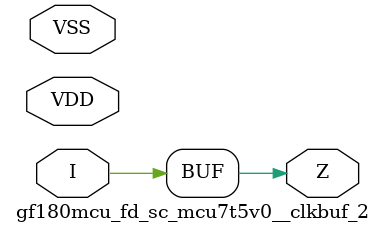
<source format=v>

module gf180mcu_fd_sc_mcu7t5v0__clkbuf_2( I, Z, VDD, VSS );
input I;
inout VDD, VSS;
output Z;

	buf MGM_BG_0( Z, I );

endmodule

</source>
